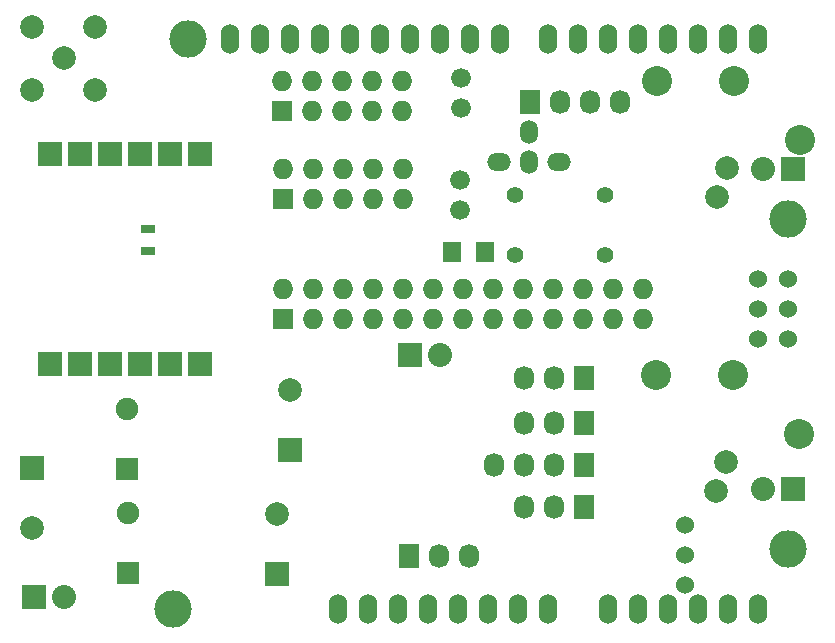
<source format=gbr>
G04 #@! TF.FileFunction,Soldermask,Top*
%FSLAX46Y46*%
G04 Gerber Fmt 4.6, Leading zero omitted, Abs format (unit mm)*
G04 Created by KiCad (PCBNEW (2014-12-08 BZR 5317)-product) date mar. 23 déc. 2014 09:04:43 CET*
%MOMM*%
G01*
G04 APERTURE LIST*
%ADD10C,0.100000*%
%ADD11R,1.597660X1.800860*%
%ADD12C,1.676400*%
%ADD13C,2.540000*%
%ADD14C,1.998980*%
%ADD15R,2.032000X2.032000*%
%ADD16O,2.032000X2.032000*%
%ADD17R,1.727200X1.727200*%
%ADD18O,1.727200X1.727200*%
%ADD19R,1.727200X2.032000*%
%ADD20O,1.727200X2.032000*%
%ADD21O,1.501140X1.998980*%
%ADD22O,1.998980X1.501140*%
%ADD23R,1.300000X0.700000*%
%ADD24C,1.397000*%
%ADD25C,1.524000*%
%ADD26O,1.524000X2.540000*%
%ADD27C,3.175000*%
%ADD28R,1.905000X1.905000*%
%ADD29C,1.905000*%
%ADD30R,1.998980X1.998980*%
G04 APERTURE END LIST*
D10*
D11*
X136547860Y-79375000D03*
X133708140Y-79375000D03*
D12*
X134493000Y-64643000D03*
X134493000Y-67183000D03*
X134366000Y-73279000D03*
X134366000Y-75819000D03*
D13*
X163136580Y-94772480D03*
X151036020Y-89758520D03*
X157528260Y-89758520D03*
D14*
X156105860Y-99578160D03*
X156916120Y-97142300D03*
D13*
X163200080Y-69880480D03*
X151099520Y-64866520D03*
X157591760Y-64866520D03*
D14*
X156169360Y-74686160D03*
X156979620Y-72250300D03*
D15*
X98298000Y-108585000D03*
D16*
X100838000Y-108585000D03*
D17*
X119316500Y-67437000D03*
D18*
X119316500Y-64897000D03*
X121856500Y-67437000D03*
X121856500Y-64897000D03*
X124396500Y-67437000D03*
X124396500Y-64897000D03*
X126936500Y-67437000D03*
X126936500Y-64897000D03*
X129476500Y-67437000D03*
X129476500Y-64897000D03*
D19*
X140335000Y-66675000D03*
D20*
X142875000Y-66675000D03*
X145415000Y-66675000D03*
X147955000Y-66675000D03*
D17*
X119380000Y-74930000D03*
D18*
X119380000Y-72390000D03*
X121920000Y-74930000D03*
X121920000Y-72390000D03*
X124460000Y-74930000D03*
X124460000Y-72390000D03*
X127000000Y-74930000D03*
X127000000Y-72390000D03*
X129540000Y-74930000D03*
X129540000Y-72390000D03*
D17*
X119380000Y-85090000D03*
D18*
X119380000Y-82550000D03*
X121920000Y-85090000D03*
X121920000Y-82550000D03*
X124460000Y-85090000D03*
X124460000Y-82550000D03*
X127000000Y-85090000D03*
X127000000Y-82550000D03*
X129540000Y-85090000D03*
X129540000Y-82550000D03*
X132080000Y-85090000D03*
X132080000Y-82550000D03*
X134620000Y-85090000D03*
X134620000Y-82550000D03*
X137160000Y-85090000D03*
X137160000Y-82550000D03*
X139700000Y-85090000D03*
X139700000Y-82550000D03*
X142240000Y-85090000D03*
X142240000Y-82550000D03*
X144780000Y-85090000D03*
X144780000Y-82550000D03*
X147320000Y-85090000D03*
X147320000Y-82550000D03*
X149860000Y-85090000D03*
X149860000Y-82550000D03*
D14*
X100838000Y-62992000D03*
X98137980Y-60291980D03*
X98137980Y-65692020D03*
X103538020Y-65692020D03*
X103538020Y-60291980D03*
D19*
X130048000Y-105156000D03*
D20*
X132588000Y-105156000D03*
X135128000Y-105156000D03*
D15*
X162560000Y-99441000D03*
D16*
X160020000Y-99441000D03*
D15*
X162560000Y-72390000D03*
D16*
X160020000Y-72390000D03*
D19*
X144907000Y-100965000D03*
D20*
X142367000Y-100965000D03*
X139827000Y-100965000D03*
D19*
X144907000Y-97409000D03*
D20*
X142367000Y-97409000D03*
X139827000Y-97409000D03*
X137287000Y-97409000D03*
D19*
X144907000Y-93853000D03*
D20*
X142367000Y-93853000D03*
X139827000Y-93853000D03*
D19*
X144907000Y-90043000D03*
D20*
X142367000Y-90043000D03*
X139827000Y-90043000D03*
D21*
X140208000Y-69215000D03*
D22*
X137668000Y-71755000D03*
X142748000Y-71755000D03*
D21*
X140208000Y-71755000D03*
D23*
X107950000Y-77409000D03*
X107950000Y-79309000D03*
D24*
X146685000Y-74549000D03*
X146685000Y-79629000D03*
X139065000Y-74549000D03*
X139065000Y-79629000D03*
D25*
X153416000Y-107569000D03*
X153416000Y-105029000D03*
X153416000Y-102489000D03*
D15*
X99695000Y-88900000D03*
X102235000Y-88900000D03*
X104775000Y-88900000D03*
X107315000Y-88900000D03*
X109855000Y-88900000D03*
X112395000Y-88900000D03*
X112395000Y-71120000D03*
X109855000Y-71120000D03*
X107315000Y-71120000D03*
X104775000Y-71120000D03*
X102235000Y-71120000D03*
X99695000Y-71120000D03*
D26*
X159639000Y-109601000D03*
X157099000Y-109601000D03*
X154559000Y-109601000D03*
X146939000Y-109601000D03*
X149479000Y-109601000D03*
X152019000Y-109601000D03*
X141859000Y-109601000D03*
X139319000Y-109601000D03*
X136779000Y-109601000D03*
X131699000Y-109601000D03*
X129159000Y-109601000D03*
X159639000Y-61341000D03*
X157099000Y-61341000D03*
X154559000Y-61341000D03*
X152019000Y-61341000D03*
X149479000Y-61341000D03*
X146939000Y-61341000D03*
X144399000Y-61341000D03*
X141859000Y-61341000D03*
X137795000Y-61341000D03*
X135255000Y-61341000D03*
X132715000Y-61341000D03*
X130175000Y-61341000D03*
X127635000Y-61341000D03*
X125095000Y-61341000D03*
X122555000Y-61341000D03*
X120015000Y-61341000D03*
X134239000Y-109601000D03*
D27*
X162179000Y-104521000D03*
X162179000Y-76581000D03*
X111379000Y-61341000D03*
X110109000Y-109601000D03*
D26*
X117475000Y-61341000D03*
X114935000Y-61341000D03*
X126619000Y-109601000D03*
X124079000Y-109601000D03*
D25*
X159639000Y-81661000D03*
X162179000Y-81661000D03*
X159639000Y-84201000D03*
X162179000Y-84201000D03*
X159639000Y-86741000D03*
X162179000Y-86741000D03*
D28*
X106172000Y-97790000D03*
D29*
X106172000Y-92710000D03*
D28*
X106299000Y-106553000D03*
D29*
X106299000Y-101473000D03*
D15*
X130175000Y-88138000D03*
D16*
X132715000Y-88138000D03*
D30*
X98171000Y-97663000D03*
D14*
X98171000Y-102743000D03*
D30*
X120015000Y-96139000D03*
D14*
X120015000Y-91059000D03*
D30*
X118872000Y-106680000D03*
D14*
X118872000Y-101600000D03*
M02*

</source>
